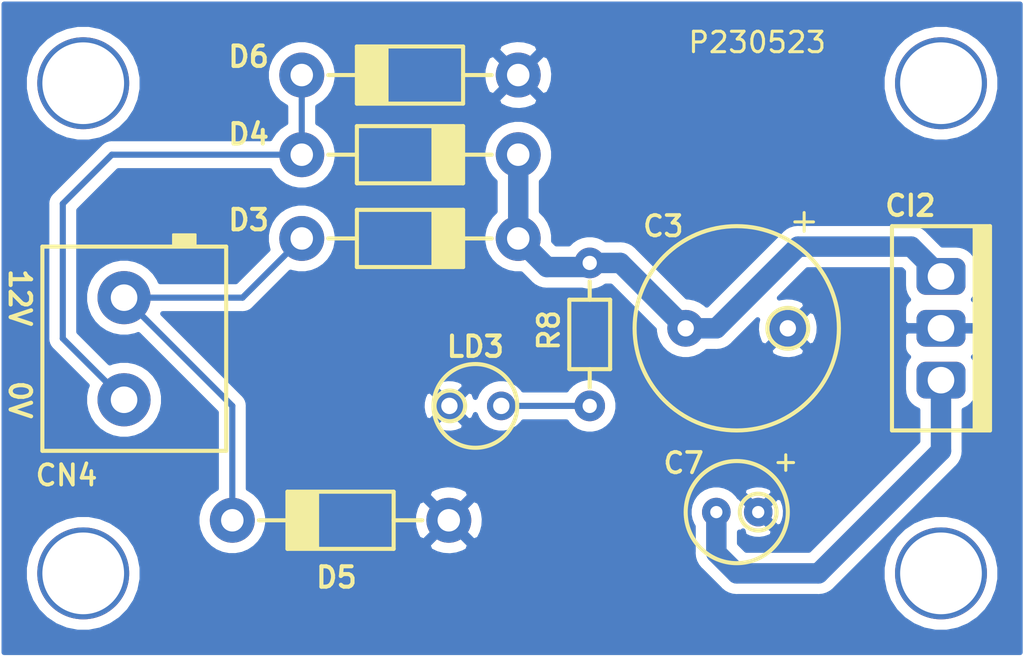
<source format=kicad_pcb>
(kicad_pcb (version 20171130) (host pcbnew "(5.1.12)-1")

  (general
    (thickness 1.6)
    (drawings 8)
    (tracks 32)
    (zones 0)
    (modules 10)
    (nets 7)
  )

  (page A4)
  (layers
    (0 F.Cu signal)
    (31 B.Cu signal)
    (32 B.Adhes user)
    (33 F.Adhes user)
    (34 B.Paste user)
    (35 F.Paste user)
    (36 B.SilkS user)
    (37 F.SilkS user)
    (38 B.Mask user)
    (39 F.Mask user)
    (40 Dwgs.User user)
    (41 Cmts.User user)
    (42 Eco1.User user)
    (43 Eco2.User user)
    (44 Edge.Cuts user)
    (45 Margin user)
    (46 B.CrtYd user)
    (47 F.CrtYd user)
    (48 B.Fab user)
    (49 F.Fab user)
  )

  (setup
    (last_trace_width 0.25)
    (user_trace_width 0.3)
    (user_trace_width 0.5)
    (user_trace_width 0.7)
    (user_trace_width 1)
    (trace_clearance 0.2)
    (zone_clearance 0.508)
    (zone_45_only no)
    (trace_min 0.2)
    (via_size 0.8)
    (via_drill 0.4)
    (via_min_size 0.4)
    (via_min_drill 0.3)
    (user_via 4.5 4)
    (uvia_size 0.3)
    (uvia_drill 0.1)
    (uvias_allowed no)
    (uvia_min_size 0.2)
    (uvia_min_drill 0.1)
    (edge_width 0.05)
    (segment_width 0.2)
    (pcb_text_width 0.3)
    (pcb_text_size 1.5 1.5)
    (mod_edge_width 0.12)
    (mod_text_size 1 1)
    (mod_text_width 0.15)
    (pad_size 1.524 1.524)
    (pad_drill 0.762)
    (pad_to_mask_clearance 0)
    (aux_axis_origin 0 0)
    (visible_elements 7FFFFFFF)
    (pcbplotparams
      (layerselection 0x01060_fffffffe)
      (usegerberextensions false)
      (usegerberattributes true)
      (usegerberadvancedattributes true)
      (creategerberjobfile true)
      (excludeedgelayer true)
      (linewidth 0.100000)
      (plotframeref false)
      (viasonmask false)
      (mode 1)
      (useauxorigin false)
      (hpglpennumber 1)
      (hpglpenspeed 20)
      (hpglpendiameter 15.000000)
      (psnegative false)
      (psa4output false)
      (plotreference true)
      (plotvalue true)
      (plotinvisibletext false)
      (padsonsilk false)
      (subtractmaskfromsilk false)
      (outputformat 1)
      (mirror false)
      (drillshape 0)
      (scaleselection 1)
      (outputdirectory "GERBERS/"))
  )

  (net 0 "")
  (net 1 +VCC)
  (net 2 GND)
  (net 3 +9.0V)
  (net 4 "Net-(CN4-Pad1)")
  (net 5 "Net-(CN4-Pad2)")
  (net 6 "Net-(LD3-Pad2)")

  (net_class Default "This is the default net class."
    (clearance 0.2)
    (trace_width 0.25)
    (via_dia 0.8)
    (via_drill 0.4)
    (uvia_dia 0.3)
    (uvia_drill 0.1)
    (add_net +9.0V)
    (add_net +VCC)
    (add_net GND)
    (add_net "Net-(CN4-Pad1)")
    (add_net "Net-(CN4-Pad2)")
    (add_net "Net-(LD3-Pad2)")
  )

  (module "TO:TO220-3(180)" (layer F.Cu) (tedit 621A31FF) (tstamp 64989F5D)
    (at 167 105 270)
    (descr "TO220-3, Montagem 180°")
    (tags "Package(TO220)")
    (path /64991A97)
    (fp_text reference CI2 (at -6 1.5) (layer F.SilkS)
      (effects (font (size 1 1) (thickness 0.2)))
    )
    (fp_text value "MC7808B-(180)" (at 0 -5.3 90) (layer F.Fab) hide
      (effects (font (size 1 1) (thickness 0.15)))
    )
    (fp_line (start -5 2.4) (end -5 -2.4) (layer F.CrtYd) (width 0.2))
    (fp_line (start 5 2.4) (end -5 2.4) (layer F.CrtYd) (width 0.2))
    (fp_line (start 5 -2.4) (end 5 2.4) (layer F.CrtYd) (width 0.2))
    (fp_line (start -5 -2.4) (end 5 -2.4) (layer F.CrtYd) (width 0.2))
    (fp_poly (pts (xy 5 -1.6) (xy -5 -1.6) (xy -5 -2.4) (xy 5 -2.4)) (layer F.SilkS) (width 0.1))
    (fp_line (start 5 -2.4) (end -5 -2.4) (layer F.SilkS) (width 0.2))
    (fp_line (start 5 2.4) (end 5 -2.4) (layer F.SilkS) (width 0.2))
    (fp_line (start -5 2.4) (end 5 2.4) (layer F.SilkS) (width 0.2))
    (fp_line (start -5 -2.4) (end -5 2.4) (layer F.SilkS) (width 0.2))
    (pad 2 thru_hole roundrect (at 0 0 270) (size 1.8 2.4) (drill 1.3) (layers *.Cu *.Mask) (roundrect_rratio 0.25)
      (net 2 GND) (solder_mask_margin 0.1))
    (pad 1 thru_hole roundrect (at -2.54 0 270) (size 1.8 2.4) (drill 1.3) (layers *.Cu *.Mask) (roundrect_rratio 0.25)
      (net 1 +VCC) (solder_mask_margin 0.1))
    (pad 3 thru_hole roundrect (at 2.54 0 270) (size 1.8 2.4) (drill 1.3) (layers *.Cu *.Mask) (roundrect_rratio 0.25)
      (net 3 +9.0V) (solder_mask_margin 0.1))
    (model "${USER__3D}/TO.3dshapes/TO220-3 (180° -Terminais alinhados).step"
      (offset (xyz 0 0 -3))
      (scale (xyz 1 1 1))
      (rotate (xyz 0 0 0))
    )
  )

  (module "Capacitores:Capacitor(Eletrolitico)-Radial(10.0x25.0)mm-(Azul_Marinho)" (layer F.Cu) (tedit 622737B2) (tstamp 64989F44)
    (at 157 105)
    (descr "Capacitor eletrolítico de aluminio, Pth, Radial(D=10.0mm A=25.0mm Passo=5.0mm)")
    (tags "Capacitor,Capacitor(Eletrolitico),Radial(10.0)")
    (path /6498D2F1)
    (fp_text reference C3 (at -3.6 -5) (layer F.SilkS)
      (effects (font (size 1 1) (thickness 0.18)))
    )
    (fp_text value "1000uF(16V)-Panasonic(FCA)" (at 0 -7.5) (layer F.Fab) hide
      (effects (font (size 1 1) (thickness 0.15)))
    )
    (fp_circle (center -0.000499 0) (end 5 -0.1) (layer F.SilkS) (width 0.2))
    (fp_circle (center 2.5 0) (end 3.5 0) (layer F.SilkS) (width 0.2))
    (fp_text user + (at 3.3 -5.3) (layer F.SilkS)
      (effects (font (size 1.2 1.2) (thickness 0.15)))
    )
    (pad 1 thru_hole circle (at -2.5 0) (size 1.8 1.8) (drill 0.8) (layers *.Cu *.Mask)
      (net 1 +VCC) (solder_mask_margin 0.1))
    (pad 2 thru_hole circle (at 2.5 0) (size 1.8 1.8) (drill 0.8) (layers *.Cu *.Mask)
      (net 2 GND) (solder_mask_margin 0.1))
    (model "${USER__3D}/Capacitores.3dshapes/Capacitor Eletrolitico Radial, Pth (D=10.0 H=25.0 P=5.0)mm, Azul Marinho.step"
      (at (xyz 0 0 0))
      (scale (xyz 1 1 1))
      (rotate (xyz 0 0 0))
    )
  )

  (module "Capacitores:Capacitor(Eletrolitico)-Radial(5.0x11.0)mm-(Azul_Marinho)" (layer F.Cu) (tedit 6227330B) (tstamp 64989F4D)
    (at 157 114)
    (descr "Capacitor eletrolítico de aluminio, Pth, Radial(D=5.0mm A=11.0mm Passo=2.0mm)")
    (tags "Capacitor,Capacitor(Eletrolitico),Radial(5.0)")
    (path /64992674)
    (fp_text reference C7 (at -2.6 -2.4) (layer F.SilkS)
      (effects (font (size 1 1) (thickness 0.18)))
    )
    (fp_text value "47uF(16V)-Panasonic(FCA)" (at 0 -5.5) (layer F.Fab) hide
      (effects (font (size 1 1) (thickness 0.15)))
    )
    (fp_circle (center 1.05 0) (end 0.15 -0.05) (layer F.SilkS) (width 0.2))
    (fp_circle (center 0 0) (end 2.5 -0.05) (layer F.SilkS) (width 0.2))
    (fp_text user + (at 2.4 -2.5) (layer F.SilkS)
      (effects (font (size 1 1) (thickness 0.15)))
    )
    (pad 1 thru_hole circle (at -1 0) (size 1.4 1.4) (drill 0.6) (layers *.Cu *.Mask)
      (net 3 +9.0V) (solder_mask_margin 0.1))
    (pad 2 thru_hole circle (at 1.05 0) (size 1.4 1.4) (drill 0.6) (layers *.Cu *.Mask)
      (net 2 GND) (solder_mask_margin 0.1))
    (model "${USER__3D}/Capacitores.3dshapes/Capacitor Eletrolitico Radial, Pth (D=5.0 H=11.0 P=2.0)mm, Azul Marinho.step"
      (at (xyz 0 0 0))
      (scale (xyz 1 1 1))
      (rotate (xyz 0 0 0))
    )
  )

  (module "Conetores:BR002A-(Metaltex-BR0)" (layer F.Cu) (tedit 6249B252) (tstamp 64989F6D)
    (at 127 106 270)
    (descr "Conector BR002A")
    (tags "Conector(BR0), Conector(BR002)")
    (path /649894FD)
    (fp_text reference CN4 (at 6.2 1.2 180) (layer F.SilkS)
      (effects (font (size 1 1) (thickness 0.18)) (justify right))
    )
    (fp_text value "BR002A(Metaltex-BR0)" (at -5.2 -8.4 90) (layer F.Fab) hide
      (effects (font (size 1 1) (thickness 0.15)) (justify right))
    )
    (fp_line (start -5.6 4) (end -5.6 -5) (layer F.CrtYd) (width 0.2))
    (fp_line (start -5 4) (end -5.6 4) (layer F.CrtYd) (width 0.2))
    (fp_line (start 5 4) (end -5 4) (layer F.CrtYd) (width 0.2))
    (fp_line (start 5 -5) (end 5 4) (layer F.CrtYd) (width 0.2))
    (fp_line (start -5.6 -5) (end 5 -5) (layer F.CrtYd) (width 0.2))
    (fp_poly (pts (xy -5 -2.4) (xy -5.6 -2.4) (xy -5.6 -3.5) (xy -5 -3.5)) (layer F.SilkS) (width 0.1))
    (fp_line (start -5 4) (end -5 -5) (layer F.SilkS) (width 0.2))
    (fp_line (start 5 4) (end -5 4) (layer F.SilkS) (width 0.2))
    (fp_line (start 5 -5) (end 5 4) (layer F.SilkS) (width 0.2))
    (fp_line (start -5 -5) (end 5 -5) (layer F.SilkS) (width 0.2))
    (pad 1 thru_hole circle (at -2.5 0 270) (size 2.6 2.6) (drill 1.3) (layers *.Cu *.Mask)
      (net 4 "Net-(CN4-Pad1)") (solder_mask_margin 0.1))
    (pad 2 thru_hole circle (at 2.5 0 270) (size 2.6 2.6) (drill 1.3) (layers *.Cu *.Mask)
      (net 5 "Net-(CN4-Pad2)") (solder_mask_margin 0.1))
    (model "${USER__3D}/Conectores.3dshapes/(Metaltex) Conector BR002A.step"
      (offset (xyz -5 -4 0))
      (scale (xyz 1 1 1))
      (rotate (xyz 0 0 0))
    )
  )

  (module "Diodos:DO-41(Plastico)" (layer F.Cu) (tedit 6217951F) (tstamp 64989F7E)
    (at 146.3 100.6 180)
    (descr "Diodo, Pth, (Passo = 10.6mm)")
    (tags "Footprint(DO-41)")
    (path /6498B493)
    (solder_mask_margin 0.1)
    (fp_text reference D3 (at 13.2 0.9) (layer F.SilkS)
      (effects (font (size 1 1) (thickness 0.2)))
    )
    (fp_text value 1N4007 (at 5.3 3.2) (layer F.Fab) hide
      (effects (font (size 1 1) (thickness 0.15)))
    )
    (fp_line (start 2.6 0) (end 1.3 0) (layer F.SilkS) (width 0.2))
    (fp_line (start 7.9 0) (end 9.3 0) (layer F.SilkS) (width 0.2))
    (fp_poly (pts (xy 4.2 1.4) (xy 2.7 1.4) (xy 2.7 -1.4) (xy 4.2 -1.4)) (layer F.SilkS) (width 0.1))
    (fp_line (start 2.7 1.4) (end 2.7 -1.4) (layer F.SilkS) (width 0.2))
    (fp_line (start 7.9 1.4) (end 2.7 1.4) (layer F.SilkS) (width 0.2))
    (fp_line (start 7.9 -1.4) (end 7.9 1.4) (layer F.SilkS) (width 0.2))
    (fp_line (start 2.7 -1.4) (end 7.9 -1.4) (layer F.SilkS) (width 0.2))
    (fp_line (start -1.3 1.5) (end -1.3 -1.5) (layer F.CrtYd) (width 0.2))
    (fp_line (start -1.3 -1.5) (end 11.9 -1.5) (layer F.CrtYd) (width 0.2))
    (fp_line (start 11.9 1.5) (end -1.3 1.5) (layer F.CrtYd) (width 0.2))
    (fp_line (start 11.9 -1.5) (end 11.9 1.5) (layer F.CrtYd) (width 0.2))
    (pad 1 thru_hole circle (at 0 0 180) (size 2.2 2.2) (drill 1.1) (layers *.Cu *.Mask)
      (net 1 +VCC) (solder_mask_margin 0.1))
    (pad 2 thru_hole circle (at 10.6 0 180) (size 2.2 2.2) (drill 1.1) (layers *.Cu *.Mask)
      (net 4 "Net-(CN4-Pad1)") (solder_mask_margin 0.1))
    (model "${USER__3D}/Diodos.3dshapes/DO-41 (Plastico).step"
      (offset (xyz 5.3 0 0.1))
      (scale (xyz 1 1 1))
      (rotate (xyz 0 0 0))
    )
  )

  (module "Diodos:DO-41(Plastico)" (layer F.Cu) (tedit 6217951F) (tstamp 64989F8F)
    (at 146.3 96.5 180)
    (descr "Diodo, Pth, (Passo = 10.6mm)")
    (tags "Footprint(DO-41)")
    (path /6498C6C5)
    (solder_mask_margin 0.1)
    (fp_text reference D4 (at 13.2 1) (layer F.SilkS)
      (effects (font (size 1 1) (thickness 0.2)))
    )
    (fp_text value 1N4007 (at 5.3 3.2) (layer F.Fab) hide
      (effects (font (size 1 1) (thickness 0.15)))
    )
    (fp_line (start 11.9 -1.5) (end 11.9 1.5) (layer F.CrtYd) (width 0.2))
    (fp_line (start 11.9 1.5) (end -1.3 1.5) (layer F.CrtYd) (width 0.2))
    (fp_line (start -1.3 -1.5) (end 11.9 -1.5) (layer F.CrtYd) (width 0.2))
    (fp_line (start -1.3 1.5) (end -1.3 -1.5) (layer F.CrtYd) (width 0.2))
    (fp_line (start 2.7 -1.4) (end 7.9 -1.4) (layer F.SilkS) (width 0.2))
    (fp_line (start 7.9 -1.4) (end 7.9 1.4) (layer F.SilkS) (width 0.2))
    (fp_line (start 7.9 1.4) (end 2.7 1.4) (layer F.SilkS) (width 0.2))
    (fp_line (start 2.7 1.4) (end 2.7 -1.4) (layer F.SilkS) (width 0.2))
    (fp_poly (pts (xy 4.2 1.4) (xy 2.7 1.4) (xy 2.7 -1.4) (xy 4.2 -1.4)) (layer F.SilkS) (width 0.1))
    (fp_line (start 7.9 0) (end 9.3 0) (layer F.SilkS) (width 0.2))
    (fp_line (start 2.6 0) (end 1.3 0) (layer F.SilkS) (width 0.2))
    (pad 2 thru_hole circle (at 10.6 0 180) (size 2.2 2.2) (drill 1.1) (layers *.Cu *.Mask)
      (net 5 "Net-(CN4-Pad2)") (solder_mask_margin 0.1))
    (pad 1 thru_hole circle (at 0 0 180) (size 2.2 2.2) (drill 1.1) (layers *.Cu *.Mask)
      (net 1 +VCC) (solder_mask_margin 0.1))
    (model "${USER__3D}/Diodos.3dshapes/DO-41 (Plastico).step"
      (offset (xyz 5.3 0 0.1))
      (scale (xyz 1 1 1))
      (rotate (xyz 0 0 0))
    )
  )

  (module "Diodos:DO-41(Plastico)" (layer F.Cu) (tedit 6217951F) (tstamp 64989FA0)
    (at 132.3 114.4)
    (descr "Diodo, Pth, (Passo = 10.6mm)")
    (tags "Footprint(DO-41)")
    (path /6498C95F)
    (solder_mask_margin 0.1)
    (fp_text reference D5 (at 5.1 2.8) (layer F.SilkS)
      (effects (font (size 1 1) (thickness 0.2)))
    )
    (fp_text value 1N4007 (at 5.3 3.2) (layer F.Fab) hide
      (effects (font (size 1 1) (thickness 0.15)))
    )
    (fp_line (start 2.6 0) (end 1.3 0) (layer F.SilkS) (width 0.2))
    (fp_line (start 7.9 0) (end 9.3 0) (layer F.SilkS) (width 0.2))
    (fp_poly (pts (xy 4.2 1.4) (xy 2.7 1.4) (xy 2.7 -1.4) (xy 4.2 -1.4)) (layer F.SilkS) (width 0.1))
    (fp_line (start 2.7 1.4) (end 2.7 -1.4) (layer F.SilkS) (width 0.2))
    (fp_line (start 7.9 1.4) (end 2.7 1.4) (layer F.SilkS) (width 0.2))
    (fp_line (start 7.9 -1.4) (end 7.9 1.4) (layer F.SilkS) (width 0.2))
    (fp_line (start 2.7 -1.4) (end 7.9 -1.4) (layer F.SilkS) (width 0.2))
    (fp_line (start -1.3 1.5) (end -1.3 -1.5) (layer F.CrtYd) (width 0.2))
    (fp_line (start -1.3 -1.5) (end 11.9 -1.5) (layer F.CrtYd) (width 0.2))
    (fp_line (start 11.9 1.5) (end -1.3 1.5) (layer F.CrtYd) (width 0.2))
    (fp_line (start 11.9 -1.5) (end 11.9 1.5) (layer F.CrtYd) (width 0.2))
    (pad 1 thru_hole circle (at 0 0) (size 2.2 2.2) (drill 1.1) (layers *.Cu *.Mask)
      (net 4 "Net-(CN4-Pad1)") (solder_mask_margin 0.1))
    (pad 2 thru_hole circle (at 10.6 0) (size 2.2 2.2) (drill 1.1) (layers *.Cu *.Mask)
      (net 2 GND) (solder_mask_margin 0.1))
    (model "${USER__3D}/Diodos.3dshapes/DO-41 (Plastico).step"
      (offset (xyz 5.3 0 0.1))
      (scale (xyz 1 1 1))
      (rotate (xyz 0 0 0))
    )
  )

  (module "Diodos:DO-41(Plastico)" (layer F.Cu) (tedit 6217951F) (tstamp 64989FB1)
    (at 135.7 92.6)
    (descr "Diodo, Pth, (Passo = 10.6mm)")
    (tags "Footprint(DO-41)")
    (path /6498CAA5)
    (solder_mask_margin 0.1)
    (fp_text reference D6 (at -2.6 -0.9) (layer F.SilkS)
      (effects (font (size 1 1) (thickness 0.2)))
    )
    (fp_text value 1N4007 (at 5.3 3.2) (layer F.Fab) hide
      (effects (font (size 1 1) (thickness 0.15)))
    )
    (fp_line (start 11.9 -1.5) (end 11.9 1.5) (layer F.CrtYd) (width 0.2))
    (fp_line (start 11.9 1.5) (end -1.3 1.5) (layer F.CrtYd) (width 0.2))
    (fp_line (start -1.3 -1.5) (end 11.9 -1.5) (layer F.CrtYd) (width 0.2))
    (fp_line (start -1.3 1.5) (end -1.3 -1.5) (layer F.CrtYd) (width 0.2))
    (fp_line (start 2.7 -1.4) (end 7.9 -1.4) (layer F.SilkS) (width 0.2))
    (fp_line (start 7.9 -1.4) (end 7.9 1.4) (layer F.SilkS) (width 0.2))
    (fp_line (start 7.9 1.4) (end 2.7 1.4) (layer F.SilkS) (width 0.2))
    (fp_line (start 2.7 1.4) (end 2.7 -1.4) (layer F.SilkS) (width 0.2))
    (fp_poly (pts (xy 4.2 1.4) (xy 2.7 1.4) (xy 2.7 -1.4) (xy 4.2 -1.4)) (layer F.SilkS) (width 0.1))
    (fp_line (start 7.9 0) (end 9.3 0) (layer F.SilkS) (width 0.2))
    (fp_line (start 2.6 0) (end 1.3 0) (layer F.SilkS) (width 0.2))
    (pad 2 thru_hole circle (at 10.6 0) (size 2.2 2.2) (drill 1.1) (layers *.Cu *.Mask)
      (net 2 GND) (solder_mask_margin 0.1))
    (pad 1 thru_hole circle (at 0 0) (size 2.2 2.2) (drill 1.1) (layers *.Cu *.Mask)
      (net 5 "Net-(CN4-Pad2)") (solder_mask_margin 0.1))
    (model "${USER__3D}/Diodos.3dshapes/DO-41 (Plastico).step"
      (offset (xyz 5.3 0 0.1))
      (scale (xyz 1 1 1))
      (rotate (xyz 0 0 0))
    )
  )

  (module "Leds:Led(Pth)-Redondo(3.0mm)-Verde(Difuso)" (layer F.Cu) (tedit 622B56B8) (tstamp 64989FBA)
    (at 144.2 108.8)
    (descr "Led redondo difuso, Pth, (D=3.0mm Passo=2.54mm), Vermelho")
    (tags "Led(3.0mm), Led(Pth)")
    (path /6498F9CA)
    (solder_mask_margin 0.1)
    (fp_text reference LD3 (at 0 -2.9) (layer F.SilkS)
      (effects (font (size 1 1) (thickness 0.2)))
    )
    (fp_text value "Led-Redondo(3.0mm)-Pth-Verde(Difuso)" (at 0 -5) (layer F.Fab) hide
      (effects (font (size 1 1) (thickness 0.15)))
    )
    (fp_circle (center 0 0) (end 2.05 0) (layer F.CrtYd) (width 0.2))
    (fp_circle (center 0 0) (end -2.05 0) (layer F.SilkS) (width 0.2))
    (fp_circle (center -1.25 0) (end -2 0) (layer F.SilkS) (width 0.2))
    (pad 1 thru_hole circle (at -1.27 0) (size 1.4 1.4) (drill 0.8) (layers *.Cu *.Mask)
      (net 2 GND) (solder_mask_margin 0.1))
    (pad 2 thru_hole circle (at 1.27 0) (size 1.4 1.4) (drill 0.8) (layers *.Cu *.Mask)
      (net 6 "Net-(LD3-Pad2)") (solder_mask_margin 0.1))
    (model "${USER__3D}/Leds.3dshapes/Led(Pth)-Redondo(3.0mm)-Verde(Difuso).step"
      (offset (xyz 1.9 0 0))
      (scale (xyz 1 1 1))
      (rotate (xyz 0 0 180))
    )
  )

  (module "Resistores:CFR12-(5p)" (layer F.Cu) (tedit 62116BDC) (tstamp 64989FC6)
    (at 149.8 108.8 90)
    (descr "Resistor de filme de carbono, Pth, 5%, (Passo = 7.0mm)")
    (tags "Footprint(CFR12),Footprint(CR12)")
    (path /6498EEF9)
    (fp_text reference R8 (at 3.7 -2 90) (layer F.SilkS)
      (effects (font (size 1 1) (thickness 0.18)))
    )
    (fp_text value "CFR12-(5%)" (at 3.5 3.3 90) (layer F.Fab) hide
      (effects (font (size 1 1) (thickness 0.15)))
    )
    (fp_line (start 5.2 0) (end 6.1 0) (layer F.SilkS) (width 0.2))
    (fp_line (start 1.8 0) (end 0.9 0) (layer F.SilkS) (width 0.2))
    (fp_line (start 5.2 -1) (end 1.8 -1) (layer F.SilkS) (width 0.2))
    (fp_line (start 5.2 1) (end 5.2 -1) (layer F.SilkS) (width 0.2))
    (fp_line (start 1.8 1) (end 5.2 1) (layer F.SilkS) (width 0.2))
    (fp_line (start 1.8 -1) (end 1.8 1) (layer F.SilkS) (width 0.2))
    (pad 1 thru_hole circle (at 0 0 90) (size 1.5 1.5) (drill 0.7) (layers *.Cu *.Mask)
      (net 6 "Net-(LD3-Pad2)") (solder_mask_margin 0.1))
    (pad 2 thru_hole circle (at 7 0 90) (size 1.5 1.5) (drill 0.7) (layers *.Cu *.Mask)
      (net 1 +VCC) (solder_mask_margin 0.1))
    (model "${USER__3D}/Resistores.3dshapes/CFR12 - Carbon film, 5%, P=7,0mm.step"
      (offset (xyz 3.5 0 1.15))
      (scale (xyz 1 1 1))
      (rotate (xyz 0 0 0))
    )
  )

  (gr_text 0V (at 121.9 108.5 -90) (layer F.SilkS)
    (effects (font (size 1 1) (thickness 0.2)))
  )
  (gr_text 12V (at 121.9 103.5 -90) (layer F.SilkS)
    (effects (font (size 1 1) (thickness 0.2)))
  )
  (gr_text "P230523\n" (at 158 91) (layer F.SilkS)
    (effects (font (size 1 1) (thickness 0.15)))
  )
  (gr_line (start 122 89) (end 121 89) (layer Dwgs.User) (width 0.15) (tstamp 6498A655))
  (gr_line (start 121 121) (end 121 89) (layer Dwgs.User) (width 0.15))
  (gr_line (start 171 121) (end 121 121) (layer Dwgs.User) (width 0.15))
  (gr_line (start 171 89) (end 171 121) (layer Dwgs.User) (width 0.15))
  (gr_line (start 122 89) (end 171 89) (layer Dwgs.User) (width 0.15))

  (via (at 167 93) (size 4.5) (drill 4) (layers F.Cu B.Cu) (net 0))
  (via (at 167 117) (size 4.5) (drill 4) (layers F.Cu B.Cu) (net 0))
  (via (at 125 93) (size 4.5) (drill 4) (layers F.Cu B.Cu) (net 0))
  (via (at 125 117) (size 4.5) (drill 4) (layers F.Cu B.Cu) (net 0))
  (segment (start 146.3 96.5) (end 146.3 100.6) (width 1) (layer B.Cu) (net 1))
  (segment (start 149.6 102) (end 149.8 101.8) (width 1) (layer B.Cu) (net 1))
  (segment (start 147.7 102) (end 149.6 102) (width 1) (layer B.Cu) (net 1))
  (segment (start 146.3 100.6) (end 147.7 102) (width 1) (layer B.Cu) (net 1))
  (segment (start 151.3 101.8) (end 154.5 105) (width 1) (layer B.Cu) (net 1))
  (segment (start 149.8 101.8) (end 151.3 101.8) (width 1) (layer B.Cu) (net 1))
  (segment (start 156 105) (end 154.5 105) (width 1) (layer B.Cu) (net 1))
  (segment (start 160 101) (end 156 105) (width 1) (layer B.Cu) (net 1))
  (segment (start 165.54 101) (end 160 101) (width 1) (layer B.Cu) (net 1))
  (segment (start 167 102.46) (end 165.54 101) (width 1) (layer B.Cu) (net 1))
  (segment (start 167 111) (end 167 107.54) (width 1) (layer B.Cu) (net 3))
  (segment (start 161 117) (end 167 111) (width 1) (layer B.Cu) (net 3))
  (segment (start 157 117) (end 161 117) (width 1) (layer B.Cu) (net 3))
  (segment (start 156 116) (end 157 117) (width 1) (layer B.Cu) (net 3))
  (segment (start 156 114) (end 156 116) (width 1) (layer B.Cu) (net 3))
  (segment (start 132.3 114.3) (end 132.3 114.4) (width 0.25) (layer B.Cu) (net 4))
  (segment (start 135.5 100.6) (end 135.7 100.6) (width 0.25) (layer B.Cu) (net 4))
  (segment (start 132.8 103.5) (end 135.7 100.6) (width 0.3) (layer B.Cu) (net 4))
  (segment (start 127 103.5) (end 132.8 103.5) (width 0.3) (layer B.Cu) (net 4))
  (segment (start 132.3 108.8) (end 127 103.5) (width 0.3) (layer B.Cu) (net 4))
  (segment (start 132.3 114.4) (end 132.3 108.8) (width 0.3) (layer B.Cu) (net 4))
  (segment (start 127.5 108.1) (end 127.4 108.1) (width 0.25) (layer B.Cu) (net 5))
  (segment (start 135.7 92.6) (end 135.7 96.5) (width 0.3) (layer B.Cu) (net 5))
  (segment (start 124 98.9) (end 126.4 96.5) (width 0.3) (layer B.Cu) (net 5))
  (segment (start 124 105.5) (end 124 98.9) (width 0.3) (layer B.Cu) (net 5))
  (segment (start 126.4 96.5) (end 135.7 96.5) (width 0.3) (layer B.Cu) (net 5))
  (segment (start 127 108.5) (end 124 105.5) (width 0.3) (layer B.Cu) (net 5))
  (segment (start 145.47 108.8) (end 149.8 108.8) (width 0.3) (layer B.Cu) (net 6))

  (zone (net 2) (net_name GND) (layer B.Cu) (tstamp 649A4060) (hatch edge 0.508)
    (connect_pads (clearance 0.508))
    (min_thickness 0.254)
    (fill yes (arc_segments 32) (thermal_gap 0.508) (thermal_bridge_width 0.508))
    (polygon
      (pts
        (xy 171 121) (xy 121 121) (xy 121 89) (xy 171 89)
      )
    )
    (filled_polygon
      (pts
        (xy 170.873 120.873) (xy 121.127 120.873) (xy 121.127 116.715852) (xy 122.115 116.715852) (xy 122.115 117.284148)
        (xy 122.225869 117.841523) (xy 122.443346 118.36656) (xy 122.759074 118.83908) (xy 123.16092 119.240926) (xy 123.63344 119.556654)
        (xy 124.158477 119.774131) (xy 124.715852 119.885) (xy 125.284148 119.885) (xy 125.841523 119.774131) (xy 126.36656 119.556654)
        (xy 126.83908 119.240926) (xy 127.240926 118.83908) (xy 127.556654 118.36656) (xy 127.774131 117.841523) (xy 127.885 117.284148)
        (xy 127.885 116.715852) (xy 127.774131 116.158477) (xy 127.556654 115.63344) (xy 127.240926 115.16092) (xy 126.83908 114.759074)
        (xy 126.36656 114.443346) (xy 125.841523 114.225869) (xy 125.284148 114.115) (xy 124.715852 114.115) (xy 124.158477 114.225869)
        (xy 123.63344 114.443346) (xy 123.16092 114.759074) (xy 122.759074 115.16092) (xy 122.443346 115.63344) (xy 122.225869 116.158477)
        (xy 122.115 116.715852) (xy 121.127 116.715852) (xy 121.127 98.9) (xy 123.211203 98.9) (xy 123.215001 98.938563)
        (xy 123.215 105.461447) (xy 123.211203 105.5) (xy 123.215 105.538553) (xy 123.215 105.53856) (xy 123.226359 105.653886)
        (xy 123.271246 105.801859) (xy 123.344138 105.938232) (xy 123.442236 106.057764) (xy 123.47219 106.082347) (xy 125.193858 107.804015)
        (xy 125.139361 107.935581) (xy 125.065 108.309419) (xy 125.065 108.690581) (xy 125.139361 109.064419) (xy 125.285225 109.416566)
        (xy 125.496987 109.733491) (xy 125.766509 110.003013) (xy 126.083434 110.214775) (xy 126.435581 110.360639) (xy 126.809419 110.435)
        (xy 127.190581 110.435) (xy 127.564419 110.360639) (xy 127.916566 110.214775) (xy 128.233491 110.003013) (xy 128.503013 109.733491)
        (xy 128.714775 109.416566) (xy 128.860639 109.064419) (xy 128.935 108.690581) (xy 128.935 108.309419) (xy 128.860639 107.935581)
        (xy 128.714775 107.583434) (xy 128.503013 107.266509) (xy 128.233491 106.996987) (xy 127.916566 106.785225) (xy 127.564419 106.639361)
        (xy 127.190581 106.565) (xy 126.809419 106.565) (xy 126.435581 106.639361) (xy 126.304015 106.693858) (xy 124.785 105.174843)
        (xy 124.785 103.309419) (xy 125.065 103.309419) (xy 125.065 103.690581) (xy 125.139361 104.064419) (xy 125.285225 104.416566)
        (xy 125.496987 104.733491) (xy 125.766509 105.003013) (xy 126.083434 105.214775) (xy 126.435581 105.360639) (xy 126.809419 105.435)
        (xy 127.190581 105.435) (xy 127.564419 105.360639) (xy 127.695985 105.306142) (xy 131.515001 109.125158) (xy 131.515 112.847207)
        (xy 131.478169 112.862463) (xy 131.194002 113.052337) (xy 130.952337 113.294002) (xy 130.762463 113.578169) (xy 130.631675 113.893919)
        (xy 130.565 114.229117) (xy 130.565 114.570883) (xy 130.631675 114.906081) (xy 130.762463 115.221831) (xy 130.952337 115.505998)
        (xy 131.194002 115.747663) (xy 131.478169 115.937537) (xy 131.793919 116.068325) (xy 132.129117 116.135) (xy 132.470883 116.135)
        (xy 132.806081 116.068325) (xy 133.121831 115.937537) (xy 133.405998 115.747663) (xy 133.546949 115.606712) (xy 141.872893 115.606712)
        (xy 141.980726 115.881338) (xy 142.287384 116.032216) (xy 142.617585 116.120369) (xy 142.958639 116.142409) (xy 143.297439 116.097489)
        (xy 143.620966 115.987336) (xy 143.819274 115.881338) (xy 143.927107 115.606712) (xy 142.9 114.579605) (xy 141.872893 115.606712)
        (xy 133.546949 115.606712) (xy 133.647663 115.505998) (xy 133.837537 115.221831) (xy 133.968325 114.906081) (xy 134.035 114.570883)
        (xy 134.035 114.458639) (xy 141.157591 114.458639) (xy 141.202511 114.797439) (xy 141.312664 115.120966) (xy 141.418662 115.319274)
        (xy 141.693288 115.427107) (xy 142.720395 114.4) (xy 143.079605 114.4) (xy 144.106712 115.427107) (xy 144.381338 115.319274)
        (xy 144.532216 115.012616) (xy 144.620369 114.682415) (xy 144.642409 114.341361) (xy 144.597489 114.002561) (xy 144.55185 113.868514)
        (xy 154.665 113.868514) (xy 154.665 114.131486) (xy 154.716304 114.389405) (xy 154.816939 114.632359) (xy 154.865 114.704288)
        (xy 154.865001 115.944239) (xy 154.859509 116) (xy 154.881423 116.222498) (xy 154.946324 116.436446) (xy 154.946325 116.436447)
        (xy 155.051717 116.633623) (xy 155.193552 116.806449) (xy 155.236859 116.841991) (xy 156.158013 117.763145) (xy 156.193551 117.806449)
        (xy 156.236854 117.841987) (xy 156.236856 117.841989) (xy 156.366377 117.948284) (xy 156.563553 118.053676) (xy 156.777501 118.118577)
        (xy 157 118.140491) (xy 157.055752 118.135) (xy 160.944249 118.135) (xy 161 118.140491) (xy 161.055751 118.135)
        (xy 161.055752 118.135) (xy 161.222499 118.118577) (xy 161.436447 118.053676) (xy 161.633623 117.948284) (xy 161.806449 117.806449)
        (xy 161.841996 117.763135) (xy 162.889279 116.715852) (xy 164.115 116.715852) (xy 164.115 117.284148) (xy 164.225869 117.841523)
        (xy 164.443346 118.36656) (xy 164.759074 118.83908) (xy 165.16092 119.240926) (xy 165.63344 119.556654) (xy 166.158477 119.774131)
        (xy 166.715852 119.885) (xy 167.284148 119.885) (xy 167.841523 119.774131) (xy 168.36656 119.556654) (xy 168.83908 119.240926)
        (xy 169.240926 118.83908) (xy 169.556654 118.36656) (xy 169.774131 117.841523) (xy 169.885 117.284148) (xy 169.885 116.715852)
        (xy 169.774131 116.158477) (xy 169.556654 115.63344) (xy 169.240926 115.16092) (xy 168.83908 114.759074) (xy 168.36656 114.443346)
        (xy 167.841523 114.225869) (xy 167.284148 114.115) (xy 166.715852 114.115) (xy 166.158477 114.225869) (xy 165.63344 114.443346)
        (xy 165.16092 114.759074) (xy 164.759074 115.16092) (xy 164.443346 115.63344) (xy 164.225869 116.158477) (xy 164.115 116.715852)
        (xy 162.889279 116.715852) (xy 167.763141 111.841991) (xy 167.806449 111.806449) (xy 167.948284 111.633623) (xy 168.053676 111.436447)
        (xy 168.118577 111.222499) (xy 168.135 111.055752) (xy 168.135 111.055743) (xy 168.14049 111.000001) (xy 168.135 110.944259)
        (xy 168.135 109.004768) (xy 168.166387 108.995247) (xy 168.3545 108.894699) (xy 168.519383 108.759383) (xy 168.654699 108.5945)
        (xy 168.755247 108.406387) (xy 168.817165 108.202272) (xy 168.838072 107.99) (xy 168.838072 107.09) (xy 168.817165 106.877728)
        (xy 168.755247 106.673613) (xy 168.654699 106.4855) (xy 168.587418 106.403517) (xy 168.651185 106.351185) (xy 168.730537 106.254494)
        (xy 168.789502 106.14418) (xy 168.825812 106.024482) (xy 168.838072 105.9) (xy 168.835 105.28575) (xy 168.67625 105.127)
        (xy 167.127 105.127) (xy 167.127 105.147) (xy 166.873 105.147) (xy 166.873 105.127) (xy 165.32375 105.127)
        (xy 165.165 105.28575) (xy 165.161928 105.9) (xy 165.174188 106.024482) (xy 165.210498 106.14418) (xy 165.269463 106.254494)
        (xy 165.348815 106.351185) (xy 165.412582 106.403517) (xy 165.345301 106.4855) (xy 165.244753 106.673613) (xy 165.182835 106.877728)
        (xy 165.161928 107.09) (xy 165.161928 107.99) (xy 165.182835 108.202272) (xy 165.244753 108.406387) (xy 165.345301 108.5945)
        (xy 165.480617 108.759383) (xy 165.6455 108.894699) (xy 165.833613 108.995247) (xy 165.865001 109.004768) (xy 165.865 110.529868)
        (xy 160.529869 115.865) (xy 157.470132 115.865) (xy 157.135 115.529868) (xy 157.135 114.981242) (xy 157.191683 115.037925)
        (xy 157.308337 114.921271) (xy 157.367797 115.155037) (xy 157.606242 115.265934) (xy 157.86174 115.328183) (xy 158.124473 115.33939)
        (xy 158.384344 115.299125) (xy 158.631366 115.208935) (xy 158.732203 115.155037) (xy 158.791664 114.921269) (xy 158.05 114.179605)
        (xy 158.035858 114.193748) (xy 157.856253 114.014143) (xy 157.870395 114) (xy 158.229605 114) (xy 158.971269 114.741664)
        (xy 159.205037 114.682203) (xy 159.315934 114.443758) (xy 159.378183 114.18826) (xy 159.38939 113.925527) (xy 159.349125 113.665656)
        (xy 159.258935 113.418634) (xy 159.205037 113.317797) (xy 158.971269 113.258336) (xy 158.229605 114) (xy 157.870395 114)
        (xy 157.128731 113.258336) (xy 157.112743 113.262403) (xy 157.036962 113.148987) (xy 156.966706 113.078731) (xy 157.308336 113.078731)
        (xy 158.05 113.820395) (xy 158.791664 113.078731) (xy 158.732203 112.844963) (xy 158.493758 112.734066) (xy 158.23826 112.671817)
        (xy 157.975527 112.66061) (xy 157.715656 112.700875) (xy 157.468634 112.791065) (xy 157.367797 112.844963) (xy 157.308336 113.078731)
        (xy 156.966706 113.078731) (xy 156.851013 112.963038) (xy 156.632359 112.816939) (xy 156.389405 112.716304) (xy 156.131486 112.665)
        (xy 155.868514 112.665) (xy 155.610595 112.716304) (xy 155.367641 112.816939) (xy 155.148987 112.963038) (xy 154.963038 113.148987)
        (xy 154.816939 113.367641) (xy 154.716304 113.610595) (xy 154.665 113.868514) (xy 144.55185 113.868514) (xy 144.487336 113.679034)
        (xy 144.381338 113.480726) (xy 144.106712 113.372893) (xy 143.079605 114.4) (xy 142.720395 114.4) (xy 141.693288 113.372893)
        (xy 141.418662 113.480726) (xy 141.267784 113.787384) (xy 141.179631 114.117585) (xy 141.157591 114.458639) (xy 134.035 114.458639)
        (xy 134.035 114.229117) (xy 133.968325 113.893919) (xy 133.837537 113.578169) (xy 133.647663 113.294002) (xy 133.546949 113.193288)
        (xy 141.872893 113.193288) (xy 142.9 114.220395) (xy 143.927107 113.193288) (xy 143.819274 112.918662) (xy 143.512616 112.767784)
        (xy 143.182415 112.679631) (xy 142.841361 112.657591) (xy 142.502561 112.702511) (xy 142.179034 112.812664) (xy 141.980726 112.918662)
        (xy 141.872893 113.193288) (xy 133.546949 113.193288) (xy 133.405998 113.052337) (xy 133.121831 112.862463) (xy 133.085 112.847207)
        (xy 133.085 109.721269) (xy 142.188336 109.721269) (xy 142.247797 109.955037) (xy 142.486242 110.065934) (xy 142.74174 110.128183)
        (xy 143.004473 110.13939) (xy 143.264344 110.099125) (xy 143.511366 110.008935) (xy 143.612203 109.955037) (xy 143.671664 109.721269)
        (xy 142.93 108.979605) (xy 142.188336 109.721269) (xy 133.085 109.721269) (xy 133.085 108.874473) (xy 141.59061 108.874473)
        (xy 141.630875 109.134344) (xy 141.721065 109.381366) (xy 141.774963 109.482203) (xy 142.008731 109.541664) (xy 142.750395 108.8)
        (xy 143.109605 108.8) (xy 143.851269 109.541664) (xy 144.085037 109.482203) (xy 144.195934 109.243758) (xy 144.200706 109.224173)
        (xy 144.286939 109.432359) (xy 144.433038 109.651013) (xy 144.618987 109.836962) (xy 144.837641 109.983061) (xy 145.080595 110.083696)
        (xy 145.338514 110.135) (xy 145.601486 110.135) (xy 145.859405 110.083696) (xy 146.102359 109.983061) (xy 146.321013 109.836962)
        (xy 146.506962 109.651013) (xy 146.55107 109.585) (xy 148.658796 109.585) (xy 148.724201 109.682886) (xy 148.917114 109.875799)
        (xy 149.143957 110.027371) (xy 149.396011 110.131775) (xy 149.663589 110.185) (xy 149.936411 110.185) (xy 150.203989 110.131775)
        (xy 150.456043 110.027371) (xy 150.682886 109.875799) (xy 150.875799 109.682886) (xy 151.027371 109.456043) (xy 151.131775 109.203989)
        (xy 151.185 108.936411) (xy 151.185 108.663589) (xy 151.131775 108.396011) (xy 151.027371 108.143957) (xy 150.875799 107.917114)
        (xy 150.682886 107.724201) (xy 150.456043 107.572629) (xy 150.203989 107.468225) (xy 149.936411 107.415) (xy 149.663589 107.415)
        (xy 149.396011 107.468225) (xy 149.143957 107.572629) (xy 148.917114 107.724201) (xy 148.724201 107.917114) (xy 148.658796 108.015)
        (xy 146.55107 108.015) (xy 146.506962 107.948987) (xy 146.321013 107.763038) (xy 146.102359 107.616939) (xy 145.859405 107.516304)
        (xy 145.601486 107.465) (xy 145.338514 107.465) (xy 145.080595 107.516304) (xy 144.837641 107.616939) (xy 144.618987 107.763038)
        (xy 144.433038 107.948987) (xy 144.286939 108.167641) (xy 144.198379 108.381444) (xy 144.138935 108.218634) (xy 144.085037 108.117797)
        (xy 143.851269 108.058336) (xy 143.109605 108.8) (xy 142.750395 108.8) (xy 142.008731 108.058336) (xy 141.774963 108.117797)
        (xy 141.664066 108.356242) (xy 141.601817 108.61174) (xy 141.59061 108.874473) (xy 133.085 108.874473) (xy 133.085 108.838556)
        (xy 133.088797 108.8) (xy 133.085 108.761444) (xy 133.085 108.761439) (xy 133.078021 108.690581) (xy 133.073642 108.646113)
        (xy 133.028754 108.49814) (xy 133.011391 108.465656) (xy 132.955862 108.361767) (xy 132.857764 108.242236) (xy 132.82781 108.217653)
        (xy 132.488888 107.878731) (xy 142.188336 107.878731) (xy 142.93 108.620395) (xy 143.671664 107.878731) (xy 143.612203 107.644963)
        (xy 143.373758 107.534066) (xy 143.11826 107.471817) (xy 142.855527 107.46061) (xy 142.595656 107.500875) (xy 142.348634 107.591065)
        (xy 142.247797 107.644963) (xy 142.188336 107.878731) (xy 132.488888 107.878731) (xy 128.895157 104.285) (xy 132.761447 104.285)
        (xy 132.8 104.288797) (xy 132.838553 104.285) (xy 132.838561 104.285) (xy 132.953887 104.273641) (xy 133.10186 104.228754)
        (xy 133.238233 104.155862) (xy 133.357764 104.057764) (xy 133.382347 104.02781) (xy 135.157088 102.253069) (xy 135.193919 102.268325)
        (xy 135.529117 102.335) (xy 135.870883 102.335) (xy 136.206081 102.268325) (xy 136.521831 102.137537) (xy 136.805998 101.947663)
        (xy 137.047663 101.705998) (xy 137.237537 101.421831) (xy 137.368325 101.106081) (xy 137.435 100.770883) (xy 137.435 100.429117)
        (xy 137.368325 100.093919) (xy 137.237537 99.778169) (xy 137.047663 99.494002) (xy 136.805998 99.252337) (xy 136.521831 99.062463)
        (xy 136.206081 98.931675) (xy 135.870883 98.865) (xy 135.529117 98.865) (xy 135.193919 98.931675) (xy 134.878169 99.062463)
        (xy 134.594002 99.252337) (xy 134.352337 99.494002) (xy 134.162463 99.778169) (xy 134.031675 100.093919) (xy 133.965 100.429117)
        (xy 133.965 100.770883) (xy 134.031675 101.106081) (xy 134.046931 101.142912) (xy 132.474843 102.715) (xy 128.769271 102.715)
        (xy 128.714775 102.583434) (xy 128.503013 102.266509) (xy 128.233491 101.996987) (xy 127.916566 101.785225) (xy 127.564419 101.639361)
        (xy 127.190581 101.565) (xy 126.809419 101.565) (xy 126.435581 101.639361) (xy 126.083434 101.785225) (xy 125.766509 101.996987)
        (xy 125.496987 102.266509) (xy 125.285225 102.583434) (xy 125.139361 102.935581) (xy 125.065 103.309419) (xy 124.785 103.309419)
        (xy 124.785 99.225157) (xy 126.725157 97.285) (xy 134.147207 97.285) (xy 134.162463 97.321831) (xy 134.352337 97.605998)
        (xy 134.594002 97.847663) (xy 134.878169 98.037537) (xy 135.193919 98.168325) (xy 135.529117 98.235) (xy 135.870883 98.235)
        (xy 136.206081 98.168325) (xy 136.521831 98.037537) (xy 136.805998 97.847663) (xy 137.047663 97.605998) (xy 137.237537 97.321831)
        (xy 137.368325 97.006081) (xy 137.435 96.670883) (xy 137.435 96.329117) (xy 144.565 96.329117) (xy 144.565 96.670883)
        (xy 144.631675 97.006081) (xy 144.762463 97.321831) (xy 144.952337 97.605998) (xy 145.165 97.818661) (xy 145.165001 99.281338)
        (xy 144.952337 99.494002) (xy 144.762463 99.778169) (xy 144.631675 100.093919) (xy 144.565 100.429117) (xy 144.565 100.770883)
        (xy 144.631675 101.106081) (xy 144.762463 101.421831) (xy 144.952337 101.705998) (xy 145.194002 101.947663) (xy 145.478169 102.137537)
        (xy 145.793919 102.268325) (xy 146.129117 102.335) (xy 146.429868 102.335) (xy 146.858008 102.76314) (xy 146.893551 102.806449)
        (xy 147.066377 102.948284) (xy 147.263553 103.053676) (xy 147.477501 103.118577) (xy 147.7 103.140491) (xy 147.755751 103.135)
        (xy 149.412224 103.135) (xy 149.663589 103.185) (xy 149.936411 103.185) (xy 150.203989 103.131775) (xy 150.456043 103.027371)
        (xy 150.594286 102.935) (xy 150.829869 102.935) (xy 152.965 105.070132) (xy 152.965 105.151184) (xy 153.023989 105.447743)
        (xy 153.139701 105.727095) (xy 153.307688 105.978505) (xy 153.521495 106.192312) (xy 153.772905 106.360299) (xy 154.052257 106.476011)
        (xy 154.348816 106.535) (xy 154.651184 106.535) (xy 154.947743 106.476011) (xy 155.227095 106.360299) (xy 155.478505 106.192312)
        (xy 155.535817 106.135) (xy 155.944249 106.135) (xy 156 106.140491) (xy 156.055751 106.135) (xy 156.055752 106.135)
        (xy 156.222499 106.118577) (xy 156.402149 106.06408) (xy 158.615525 106.06408) (xy 158.699208 106.318261) (xy 158.971775 106.449158)
        (xy 159.264642 106.524365) (xy 159.566553 106.540991) (xy 159.865907 106.498397) (xy 160.151199 106.398222) (xy 160.300792 106.318261)
        (xy 160.384475 106.06408) (xy 159.5 105.179605) (xy 158.615525 106.06408) (xy 156.402149 106.06408) (xy 156.436447 106.053676)
        (xy 156.633623 105.948284) (xy 156.806449 105.806449) (xy 156.841996 105.763135) (xy 158.022331 104.5828) (xy 157.975635 104.764642)
        (xy 157.959009 105.066553) (xy 158.001603 105.365907) (xy 158.101778 105.651199) (xy 158.181739 105.800792) (xy 158.43592 105.884475)
        (xy 159.320395 105) (xy 159.679605 105) (xy 160.56408 105.884475) (xy 160.818261 105.800792) (xy 160.949158 105.528225)
        (xy 161.024365 105.235358) (xy 161.040991 104.933447) (xy 160.998397 104.634093) (xy 160.898222 104.348801) (xy 160.818261 104.199208)
        (xy 160.56408 104.115525) (xy 159.679605 105) (xy 159.320395 105) (xy 159.306253 104.985858) (xy 159.485858 104.806253)
        (xy 159.5 104.820395) (xy 160.384475 103.93592) (xy 160.300792 103.681739) (xy 160.028225 103.550842) (xy 159.735358 103.475635)
        (xy 159.433447 103.459009) (xy 159.134093 103.501603) (xy 159.086989 103.518143) (xy 160.470132 102.135) (xy 165.069869 102.135)
        (xy 165.161928 102.227059) (xy 165.161928 102.91) (xy 165.182835 103.122272) (xy 165.244753 103.326387) (xy 165.345301 103.5145)
        (xy 165.412582 103.596483) (xy 165.348815 103.648815) (xy 165.269463 103.745506) (xy 165.210498 103.85582) (xy 165.174188 103.975518)
        (xy 165.161928 104.1) (xy 165.165 104.71425) (xy 165.32375 104.873) (xy 166.873 104.873) (xy 166.873 104.853)
        (xy 167.127 104.853) (xy 167.127 104.873) (xy 168.67625 104.873) (xy 168.835 104.71425) (xy 168.838072 104.1)
        (xy 168.825812 103.975518) (xy 168.789502 103.85582) (xy 168.730537 103.745506) (xy 168.651185 103.648815) (xy 168.587418 103.596483)
        (xy 168.654699 103.5145) (xy 168.755247 103.326387) (xy 168.817165 103.122272) (xy 168.838072 102.91) (xy 168.838072 102.01)
        (xy 168.817165 101.797728) (xy 168.755247 101.593613) (xy 168.654699 101.4055) (xy 168.519383 101.240617) (xy 168.3545 101.105301)
        (xy 168.166387 101.004753) (xy 167.962272 100.942835) (xy 167.75 100.921928) (xy 167.067059 100.921928) (xy 166.381996 100.236865)
        (xy 166.346449 100.193551) (xy 166.173623 100.051716) (xy 165.976447 99.946324) (xy 165.762499 99.881423) (xy 165.595752 99.865)
        (xy 165.595751 99.865) (xy 165.54 99.859509) (xy 165.484249 99.865) (xy 160.055741 99.865) (xy 159.999999 99.85951)
        (xy 159.944257 99.865) (xy 159.944248 99.865) (xy 159.777501 99.881423) (xy 159.563553 99.946324) (xy 159.366377 100.051716)
        (xy 159.193551 100.193551) (xy 159.158009 100.236859) (xy 155.532843 103.862026) (xy 155.478505 103.807688) (xy 155.227095 103.639701)
        (xy 154.947743 103.523989) (xy 154.651184 103.465) (xy 154.570132 103.465) (xy 152.141996 101.036865) (xy 152.106449 100.993551)
        (xy 151.933623 100.851716) (xy 151.736447 100.746324) (xy 151.522499 100.681423) (xy 151.355752 100.665) (xy 151.355751 100.665)
        (xy 151.3 100.659509) (xy 151.244249 100.665) (xy 150.594286 100.665) (xy 150.456043 100.572629) (xy 150.203989 100.468225)
        (xy 149.936411 100.415) (xy 149.663589 100.415) (xy 149.396011 100.468225) (xy 149.143957 100.572629) (xy 148.917114 100.724201)
        (xy 148.776315 100.865) (xy 148.170132 100.865) (xy 148.035 100.729868) (xy 148.035 100.429117) (xy 147.968325 100.093919)
        (xy 147.837537 99.778169) (xy 147.647663 99.494002) (xy 147.435 99.281339) (xy 147.435 97.818661) (xy 147.647663 97.605998)
        (xy 147.837537 97.321831) (xy 147.968325 97.006081) (xy 148.035 96.670883) (xy 148.035 96.329117) (xy 147.968325 95.993919)
        (xy 147.837537 95.678169) (xy 147.647663 95.394002) (xy 147.405998 95.152337) (xy 147.121831 94.962463) (xy 146.806081 94.831675)
        (xy 146.470883 94.765) (xy 146.129117 94.765) (xy 145.793919 94.831675) (xy 145.478169 94.962463) (xy 145.194002 95.152337)
        (xy 144.952337 95.394002) (xy 144.762463 95.678169) (xy 144.631675 95.993919) (xy 144.565 96.329117) (xy 137.435 96.329117)
        (xy 137.368325 95.993919) (xy 137.237537 95.678169) (xy 137.047663 95.394002) (xy 136.805998 95.152337) (xy 136.521831 94.962463)
        (xy 136.485 94.947207) (xy 136.485 94.152793) (xy 136.521831 94.137537) (xy 136.805998 93.947663) (xy 136.946949 93.806712)
        (xy 145.272893 93.806712) (xy 145.380726 94.081338) (xy 145.687384 94.232216) (xy 146.017585 94.320369) (xy 146.358639 94.342409)
        (xy 146.697439 94.297489) (xy 147.020966 94.187336) (xy 147.219274 94.081338) (xy 147.327107 93.806712) (xy 146.3 92.779605)
        (xy 145.272893 93.806712) (xy 136.946949 93.806712) (xy 137.047663 93.705998) (xy 137.237537 93.421831) (xy 137.368325 93.106081)
        (xy 137.435 92.770883) (xy 137.435 92.658639) (xy 144.557591 92.658639) (xy 144.602511 92.997439) (xy 144.712664 93.320966)
        (xy 144.818662 93.519274) (xy 145.093288 93.627107) (xy 146.120395 92.6) (xy 146.479605 92.6) (xy 147.506712 93.627107)
        (xy 147.781338 93.519274) (xy 147.932216 93.212616) (xy 148.020369 92.882415) (xy 148.031132 92.715852) (xy 164.115 92.715852)
        (xy 164.115 93.284148) (xy 164.225869 93.841523) (xy 164.443346 94.36656) (xy 164.759074 94.83908) (xy 165.16092 95.240926)
        (xy 165.63344 95.556654) (xy 166.158477 95.774131) (xy 166.715852 95.885) (xy 167.284148 95.885) (xy 167.841523 95.774131)
        (xy 168.36656 95.556654) (xy 168.83908 95.240926) (xy 169.240926 94.83908) (xy 169.556654 94.36656) (xy 169.774131 93.841523)
        (xy 169.885 93.284148) (xy 169.885 92.715852) (xy 169.774131 92.158477) (xy 169.556654 91.63344) (xy 169.240926 91.16092)
        (xy 168.83908 90.759074) (xy 168.36656 90.443346) (xy 167.841523 90.225869) (xy 167.284148 90.115) (xy 166.715852 90.115)
        (xy 166.158477 90.225869) (xy 165.63344 90.443346) (xy 165.16092 90.759074) (xy 164.759074 91.16092) (xy 164.443346 91.63344)
        (xy 164.225869 92.158477) (xy 164.115 92.715852) (xy 148.031132 92.715852) (xy 148.042409 92.541361) (xy 147.997489 92.202561)
        (xy 147.887336 91.879034) (xy 147.781338 91.680726) (xy 147.506712 91.572893) (xy 146.479605 92.6) (xy 146.120395 92.6)
        (xy 145.093288 91.572893) (xy 144.818662 91.680726) (xy 144.667784 91.987384) (xy 144.579631 92.317585) (xy 144.557591 92.658639)
        (xy 137.435 92.658639) (xy 137.435 92.429117) (xy 137.368325 92.093919) (xy 137.237537 91.778169) (xy 137.047663 91.494002)
        (xy 136.946949 91.393288) (xy 145.272893 91.393288) (xy 146.3 92.420395) (xy 147.327107 91.393288) (xy 147.219274 91.118662)
        (xy 146.912616 90.967784) (xy 146.582415 90.879631) (xy 146.241361 90.857591) (xy 145.902561 90.902511) (xy 145.579034 91.012664)
        (xy 145.380726 91.118662) (xy 145.272893 91.393288) (xy 136.946949 91.393288) (xy 136.805998 91.252337) (xy 136.521831 91.062463)
        (xy 136.206081 90.931675) (xy 135.870883 90.865) (xy 135.529117 90.865) (xy 135.193919 90.931675) (xy 134.878169 91.062463)
        (xy 134.594002 91.252337) (xy 134.352337 91.494002) (xy 134.162463 91.778169) (xy 134.031675 92.093919) (xy 133.965 92.429117)
        (xy 133.965 92.770883) (xy 134.031675 93.106081) (xy 134.162463 93.421831) (xy 134.352337 93.705998) (xy 134.594002 93.947663)
        (xy 134.878169 94.137537) (xy 134.915 94.152793) (xy 134.915001 94.947207) (xy 134.878169 94.962463) (xy 134.594002 95.152337)
        (xy 134.352337 95.394002) (xy 134.162463 95.678169) (xy 134.147207 95.715) (xy 126.438556 95.715) (xy 126.4 95.711203)
        (xy 126.361444 95.715) (xy 126.361439 95.715) (xy 126.321026 95.71898) (xy 126.246113 95.726358) (xy 126.09814 95.771246)
        (xy 125.961767 95.844138) (xy 125.842236 95.942236) (xy 125.817653 95.97219) (xy 123.472185 98.317658) (xy 123.442237 98.342236)
        (xy 123.417659 98.372184) (xy 123.417655 98.372188) (xy 123.38469 98.412356) (xy 123.344139 98.461767) (xy 123.305177 98.53466)
        (xy 123.271246 98.598141) (xy 123.226359 98.746114) (xy 123.211203 98.9) (xy 121.127 98.9) (xy 121.127 92.715852)
        (xy 122.115 92.715852) (xy 122.115 93.284148) (xy 122.225869 93.841523) (xy 122.443346 94.36656) (xy 122.759074 94.83908)
        (xy 123.16092 95.240926) (xy 123.63344 95.556654) (xy 124.158477 95.774131) (xy 124.715852 95.885) (xy 125.284148 95.885)
        (xy 125.841523 95.774131) (xy 126.36656 95.556654) (xy 126.83908 95.240926) (xy 127.240926 94.83908) (xy 127.556654 94.36656)
        (xy 127.774131 93.841523) (xy 127.885 93.284148) (xy 127.885 92.715852) (xy 127.774131 92.158477) (xy 127.556654 91.63344)
        (xy 127.240926 91.16092) (xy 126.83908 90.759074) (xy 126.36656 90.443346) (xy 125.841523 90.225869) (xy 125.284148 90.115)
        (xy 124.715852 90.115) (xy 124.158477 90.225869) (xy 123.63344 90.443346) (xy 123.16092 90.759074) (xy 122.759074 91.16092)
        (xy 122.443346 91.63344) (xy 122.225869 92.158477) (xy 122.115 92.715852) (xy 121.127 92.715852) (xy 121.127 89.127)
        (xy 170.873 89.127)
      )
    )
  )
)

</source>
